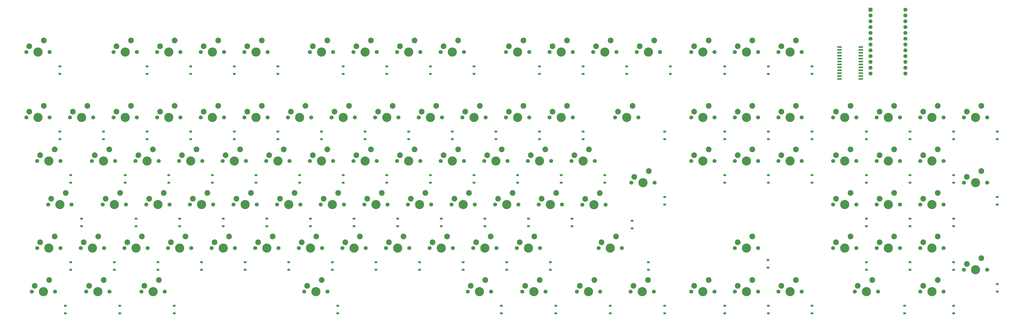
<source format=gbr>
%TF.GenerationSoftware,KiCad,Pcbnew,7.0.10*%
%TF.CreationDate,2024-02-09T15:32:17+01:00*%
%TF.ProjectId,k3yb.it,6b337962-2e69-4742-9e6b-696361645f70,rev?*%
%TF.SameCoordinates,Original*%
%TF.FileFunction,Soldermask,Bot*%
%TF.FilePolarity,Negative*%
%FSLAX46Y46*%
G04 Gerber Fmt 4.6, Leading zero omitted, Abs format (unit mm)*
G04 Created by KiCad (PCBNEW 7.0.10) date 2024-02-09 15:32:17*
%MOMM*%
%LPD*%
G01*
G04 APERTURE LIST*
G04 Aperture macros list*
%AMRoundRect*
0 Rectangle with rounded corners*
0 $1 Rounding radius*
0 $2 $3 $4 $5 $6 $7 $8 $9 X,Y pos of 4 corners*
0 Add a 4 corners polygon primitive as box body*
4,1,4,$2,$3,$4,$5,$6,$7,$8,$9,$2,$3,0*
0 Add four circle primitives for the rounded corners*
1,1,$1+$1,$2,$3*
1,1,$1+$1,$4,$5*
1,1,$1+$1,$6,$7*
1,1,$1+$1,$8,$9*
0 Add four rect primitives between the rounded corners*
20,1,$1+$1,$2,$3,$4,$5,0*
20,1,$1+$1,$4,$5,$6,$7,0*
20,1,$1+$1,$6,$7,$8,$9,0*
20,1,$1+$1,$8,$9,$2,$3,0*%
G04 Aperture macros list end*
%ADD10C,1.750000*%
%ADD11C,4.000000*%
%ADD12C,2.500000*%
%ADD13RoundRect,0.150000X0.875000X0.150000X-0.875000X0.150000X-0.875000X-0.150000X0.875000X-0.150000X0*%
%ADD14R,1.752600X1.752600*%
%ADD15C,1.752600*%
%ADD16RoundRect,0.225000X0.375000X-0.225000X0.375000X0.225000X-0.375000X0.225000X-0.375000X-0.225000X0*%
G04 APERTURE END LIST*
D10*
%TO.C,S28*%
X247650000Y-71755000D03*
D11*
X252730000Y-71755000D03*
D10*
X257810000Y-71755000D03*
D12*
X248920000Y-69215000D03*
X255270000Y-66675000D03*
%TD*%
D13*
%TO.C,U5*%
X402636250Y-40957500D03*
X402636250Y-42227500D03*
X402636250Y-43497500D03*
X402636250Y-44767500D03*
X402636250Y-46037500D03*
X402636250Y-47307500D03*
X402636250Y-48577500D03*
X402636250Y-49847500D03*
X402636250Y-51117500D03*
X402636250Y-52387500D03*
X402636250Y-53657500D03*
X402636250Y-54927500D03*
X393336250Y-54927500D03*
X393336250Y-53657500D03*
X393336250Y-52387500D03*
X393336250Y-51117500D03*
X393336250Y-49847500D03*
X393336250Y-48577500D03*
X393336250Y-47307500D03*
X393336250Y-46037500D03*
X393336250Y-44767500D03*
X393336250Y-43497500D03*
X393336250Y-42227500D03*
X393336250Y-40957500D03*
%TD*%
D14*
%TO.C,U1*%
X406915000Y-24655000D03*
D15*
X406915000Y-27195000D03*
X406915000Y-29735000D03*
X406915000Y-32275000D03*
X406915000Y-34815000D03*
X406915000Y-37355000D03*
X406915000Y-39895000D03*
X406915000Y-42435000D03*
X406915000Y-44975000D03*
X406915000Y-47515000D03*
X406915000Y-50055000D03*
X406915000Y-52595000D03*
X422155000Y-52595000D03*
X422155000Y-50055000D03*
X422155000Y-47515000D03*
X422155000Y-44975000D03*
X422155000Y-42435000D03*
X422155000Y-39895000D03*
X422155000Y-37355000D03*
X422155000Y-34815000D03*
X422155000Y-32275000D03*
X422155000Y-29735000D03*
X422155000Y-27195000D03*
X422155000Y-24655000D03*
%TD*%
D10*
%TO.C,S31*%
X291147500Y-110013750D03*
X280987500Y-110013750D03*
D11*
X286067500Y-110013750D03*
D12*
X288607500Y-104933750D03*
X282257500Y-107473750D03*
%TD*%
D16*
%TO.C,D31*%
X302736250Y-120298750D03*
X302736250Y-116998750D03*
%TD*%
D10*
%TO.C,S8*%
X200025000Y-43180000D03*
D11*
X205105000Y-43180000D03*
D10*
X210185000Y-43180000D03*
D12*
X201295000Y-40640000D03*
X207645000Y-38100000D03*
%TD*%
D10*
%TO.C,S75*%
X233362500Y-128905000D03*
D11*
X238442500Y-128905000D03*
D10*
X243522500Y-128905000D03*
D12*
X234632500Y-126365000D03*
X240982500Y-123825000D03*
%TD*%
D10*
%TO.C,S78*%
X347662500Y-128905000D03*
D11*
X352742500Y-128905000D03*
D10*
X357822500Y-128905000D03*
D12*
X348932500Y-126365000D03*
X355282500Y-123825000D03*
%TD*%
%TO.C,S101*%
X398145000Y-85725000D03*
X391795000Y-88265000D03*
D10*
X400685000Y-90805000D03*
D11*
X395605000Y-90805000D03*
D10*
X390525000Y-90805000D03*
%TD*%
D12*
%TO.C,S102*%
X417195000Y-85725000D03*
X410845000Y-88265000D03*
D10*
X419735000Y-90805000D03*
D11*
X414655000Y-90805000D03*
D10*
X409575000Y-90805000D03*
%TD*%
%TO.C,S110*%
X428625000Y-128905000D03*
D11*
X433705000Y-128905000D03*
D10*
X438785000Y-128905000D03*
D12*
X429895000Y-126365000D03*
X436245000Y-123825000D03*
%TD*%
%TO.C,S104*%
X455295000Y-95250000D03*
X448945000Y-97790000D03*
D10*
X457835000Y-100330000D03*
D11*
X452755000Y-100330000D03*
D10*
X447675000Y-100330000D03*
%TD*%
D12*
%TO.C,S103*%
X436245000Y-85725000D03*
X429895000Y-88265000D03*
D10*
X438785000Y-90805000D03*
D11*
X433705000Y-90805000D03*
D10*
X428625000Y-90805000D03*
%TD*%
%TO.C,S108*%
X390525000Y-128905000D03*
D11*
X395605000Y-128905000D03*
D10*
X400685000Y-128905000D03*
D12*
X391795000Y-126365000D03*
X398145000Y-123825000D03*
%TD*%
D16*
%TO.C,D104*%
X462280000Y-109855000D03*
X462280000Y-106555000D03*
%TD*%
%TO.C,D101*%
X405130000Y-100330000D03*
X405130000Y-97030000D03*
%TD*%
%TO.C,D103*%
X443230000Y-100330000D03*
X443230000Y-97030000D03*
%TD*%
%TO.C,D108*%
X405130000Y-138430000D03*
X405130000Y-135130000D03*
%TD*%
%TO.C,D110*%
X443230000Y-138430000D03*
X443230000Y-135130000D03*
%TD*%
%TO.C,D102*%
X424180000Y-100330000D03*
X424180000Y-97030000D03*
%TD*%
D12*
%TO.C,S105*%
X398145000Y-104775000D03*
X391795000Y-107315000D03*
D10*
X400685000Y-109855000D03*
D11*
X395605000Y-109855000D03*
D10*
X390525000Y-109855000D03*
%TD*%
D12*
%TO.C,S109*%
X417195000Y-123825000D03*
X410845000Y-126365000D03*
D10*
X419735000Y-128905000D03*
D11*
X414655000Y-128905000D03*
D10*
X409575000Y-128905000D03*
%TD*%
D12*
%TO.C,S107*%
X436245000Y-104775000D03*
X429895000Y-107315000D03*
D10*
X438785000Y-109855000D03*
D11*
X433705000Y-109855000D03*
D10*
X428625000Y-109855000D03*
%TD*%
D12*
%TO.C,S106*%
X417195000Y-104775000D03*
X410845000Y-107315000D03*
D10*
X419735000Y-109855000D03*
D11*
X414655000Y-109855000D03*
D10*
X409575000Y-109855000D03*
%TD*%
D16*
%TO.C,D105*%
X405130000Y-119380000D03*
X405130000Y-116080000D03*
%TD*%
%TO.C,D107*%
X443230000Y-119380000D03*
X443230000Y-116080000D03*
%TD*%
%TO.C,D109*%
X424180000Y-138430000D03*
X424180000Y-135130000D03*
%TD*%
%TO.C,D106*%
X424180000Y-119380000D03*
X424180000Y-116080000D03*
%TD*%
%TO.C,D13*%
X319405000Y-49405000D03*
X319405000Y-52705000D03*
%TD*%
D10*
%TO.C,S50*%
X71437500Y-109855000D03*
D11*
X76517500Y-109855000D03*
D10*
X81597500Y-109855000D03*
D12*
X72707500Y-107315000D03*
X79057500Y-104775000D03*
%TD*%
D10*
%TO.C,S11*%
X266700000Y-43180000D03*
D11*
X271780000Y-43180000D03*
D10*
X276860000Y-43180000D03*
D12*
X267970000Y-40640000D03*
X274320000Y-38100000D03*
%TD*%
D10*
%TO.C,S18*%
X57150000Y-71755000D03*
D11*
X62230000Y-71755000D03*
D10*
X67310000Y-71755000D03*
D12*
X58420000Y-69215000D03*
X64770000Y-66675000D03*
%TD*%
D10*
%TO.C,S48*%
X366712500Y-71755000D03*
D11*
X371792500Y-71755000D03*
D10*
X376872500Y-71755000D03*
D12*
X367982500Y-69215000D03*
X374332500Y-66675000D03*
%TD*%
D10*
%TO.C,S60*%
X261937500Y-109855000D03*
D11*
X267017500Y-109855000D03*
D10*
X272097500Y-109855000D03*
D12*
X263207500Y-107315000D03*
X269557500Y-104775000D03*
%TD*%
D10*
%TO.C,S56*%
X185737500Y-109855000D03*
D11*
X190817500Y-109855000D03*
D10*
X195897500Y-109855000D03*
D12*
X187007500Y-107315000D03*
X193357500Y-104775000D03*
%TD*%
D10*
%TO.C,S88*%
X302101250Y-147955000D03*
D11*
X307181250Y-147955000D03*
D10*
X312261250Y-147955000D03*
D12*
X303371250Y-145415000D03*
X309721250Y-142875000D03*
%TD*%
D10*
%TO.C,S3*%
X95250000Y-43180000D03*
D11*
X100330000Y-43180000D03*
D10*
X105410000Y-43180000D03*
D12*
X96520000Y-40640000D03*
X102870000Y-38100000D03*
%TD*%
D10*
%TO.C,S52*%
X109537500Y-109855000D03*
D11*
X114617500Y-109855000D03*
D10*
X119697500Y-109855000D03*
D12*
X110807500Y-107315000D03*
X117157500Y-104775000D03*
%TD*%
D10*
%TO.C,S59*%
X242887500Y-109855000D03*
D11*
X247967500Y-109855000D03*
D10*
X253047500Y-109855000D03*
D12*
X244157500Y-107315000D03*
X250507500Y-104775000D03*
%TD*%
D10*
%TO.C,S63*%
X347662500Y-90805000D03*
D11*
X352742500Y-90805000D03*
D10*
X357822500Y-90805000D03*
D12*
X348932500Y-88265000D03*
X355282500Y-85725000D03*
%TD*%
D10*
%TO.C,S20*%
X95250000Y-71755000D03*
D11*
X100330000Y-71755000D03*
D10*
X105410000Y-71755000D03*
D12*
X96520000Y-69215000D03*
X102870000Y-66675000D03*
%TD*%
D10*
%TO.C,S38*%
X142875000Y-90805000D03*
D11*
X147955000Y-90805000D03*
D10*
X153035000Y-90805000D03*
D12*
X144145000Y-88265000D03*
X150495000Y-85725000D03*
%TD*%
D10*
%TO.C,S61*%
X302418750Y-100330000D03*
D11*
X307498750Y-100330000D03*
D10*
X312578750Y-100330000D03*
D12*
X303688750Y-97790000D03*
X310038750Y-95250000D03*
%TD*%
%TO.C,S97*%
X398145000Y-66675000D03*
X391795000Y-69215000D03*
D10*
X400685000Y-71755000D03*
D11*
X395605000Y-71755000D03*
D10*
X390525000Y-71755000D03*
%TD*%
%TO.C,S13*%
X304800000Y-43180000D03*
D11*
X309880000Y-43180000D03*
D10*
X314960000Y-43180000D03*
D12*
X306070000Y-40640000D03*
X312420000Y-38100000D03*
%TD*%
D10*
%TO.C,S54*%
X147637500Y-109855000D03*
D11*
X152717500Y-109855000D03*
D10*
X157797500Y-109855000D03*
D12*
X148907500Y-107315000D03*
X155257500Y-104775000D03*
%TD*%
D10*
%TO.C,S30*%
X295275000Y-71755000D03*
D11*
X300355000Y-71755000D03*
D10*
X305435000Y-71755000D03*
D12*
X296545000Y-69215000D03*
X302895000Y-66675000D03*
%TD*%
D10*
%TO.C,S21*%
X114300000Y-71755000D03*
D11*
X119380000Y-71755000D03*
D10*
X124460000Y-71755000D03*
D12*
X115570000Y-69215000D03*
X121920000Y-66675000D03*
%TD*%
D10*
%TO.C,S26*%
X209550000Y-71755000D03*
D11*
X214630000Y-71755000D03*
D10*
X219710000Y-71755000D03*
D12*
X210820000Y-69215000D03*
X217170000Y-66675000D03*
%TD*%
D10*
%TO.C,S73*%
X195262500Y-128905000D03*
D11*
X200342500Y-128905000D03*
D10*
X205422500Y-128905000D03*
D12*
X196532500Y-126365000D03*
X202882500Y-123825000D03*
%TD*%
D10*
%TO.C,S87*%
X278606250Y-147955000D03*
D11*
X283686250Y-147955000D03*
D10*
X288766250Y-147955000D03*
D12*
X279876250Y-145415000D03*
X286226250Y-142875000D03*
%TD*%
D10*
%TO.C,S53*%
X128587500Y-109855000D03*
D11*
X133667500Y-109855000D03*
D10*
X138747500Y-109855000D03*
D12*
X129857500Y-107315000D03*
X136207500Y-104775000D03*
%TD*%
D10*
%TO.C,S47*%
X347662500Y-71755000D03*
D11*
X352742500Y-71755000D03*
D10*
X357822500Y-71755000D03*
D12*
X348932500Y-69215000D03*
X355282500Y-66675000D03*
%TD*%
D10*
%TO.C,S4*%
X114300000Y-43180000D03*
D11*
X119380000Y-43180000D03*
D10*
X124460000Y-43180000D03*
D12*
X115570000Y-40640000D03*
X121920000Y-38100000D03*
%TD*%
D10*
%TO.C,S2*%
X76200000Y-43180000D03*
D11*
X81280000Y-43180000D03*
D10*
X86360000Y-43180000D03*
D12*
X77470000Y-40640000D03*
X83820000Y-38100000D03*
%TD*%
D10*
%TO.C,S62*%
X328612500Y-90805000D03*
D11*
X333692500Y-90805000D03*
D10*
X338772500Y-90805000D03*
D12*
X329882500Y-88265000D03*
X336232500Y-85725000D03*
%TD*%
D10*
%TO.C,S65*%
X42862500Y-128905000D03*
D11*
X47942500Y-128905000D03*
D10*
X53022500Y-128905000D03*
D12*
X44132500Y-126365000D03*
X50482500Y-123825000D03*
%TD*%
D10*
%TO.C,S64*%
X366712500Y-90805000D03*
D11*
X371792500Y-90805000D03*
D10*
X376872500Y-90805000D03*
D12*
X367982500Y-88265000D03*
X374332500Y-85725000D03*
%TD*%
D10*
%TO.C,S71*%
X157162500Y-128905000D03*
D11*
X162242500Y-128905000D03*
D10*
X167322500Y-128905000D03*
D12*
X158432500Y-126365000D03*
X164782500Y-123825000D03*
%TD*%
D10*
%TO.C,S99*%
X428625000Y-71755000D03*
D11*
X433705000Y-71755000D03*
D10*
X438785000Y-71755000D03*
D12*
X429895000Y-69215000D03*
X436245000Y-66675000D03*
%TD*%
D10*
%TO.C,S19*%
X76200000Y-71755000D03*
D11*
X81280000Y-71755000D03*
D10*
X86360000Y-71755000D03*
D12*
X77470000Y-69215000D03*
X83820000Y-66675000D03*
%TD*%
D10*
%TO.C,S70*%
X138112500Y-128905000D03*
D11*
X143192500Y-128905000D03*
D10*
X148272500Y-128905000D03*
D12*
X139382500Y-126365000D03*
X145732500Y-123825000D03*
%TD*%
D10*
%TO.C,S5*%
X133350000Y-43180000D03*
D11*
X138430000Y-43180000D03*
D10*
X143510000Y-43180000D03*
D12*
X134620000Y-40640000D03*
X140970000Y-38100000D03*
%TD*%
D10*
%TO.C,S39*%
X161925000Y-90805000D03*
D11*
X167005000Y-90805000D03*
D10*
X172085000Y-90805000D03*
D12*
X163195000Y-88265000D03*
X169545000Y-85725000D03*
%TD*%
D10*
%TO.C,S98*%
X409575000Y-71755000D03*
D11*
X414655000Y-71755000D03*
D10*
X419735000Y-71755000D03*
D12*
X410845000Y-69215000D03*
X417195000Y-66675000D03*
%TD*%
D10*
%TO.C,S83*%
X88423750Y-147955000D03*
D11*
X93503750Y-147955000D03*
D10*
X98583750Y-147955000D03*
D12*
X89693750Y-145415000D03*
X96043750Y-142875000D03*
%TD*%
D10*
%TO.C,S82*%
X64293750Y-147955000D03*
D11*
X69373750Y-147955000D03*
D10*
X74453750Y-147955000D03*
D12*
X65563750Y-145415000D03*
X71913750Y-142875000D03*
%TD*%
D10*
%TO.C,S41*%
X200025000Y-90805000D03*
D11*
X205105000Y-90805000D03*
D10*
X210185000Y-90805000D03*
D12*
X201295000Y-88265000D03*
X207645000Y-85725000D03*
%TD*%
D10*
%TO.C,S81*%
X40481250Y-147955000D03*
D11*
X45561250Y-147955000D03*
D10*
X50641250Y-147955000D03*
D12*
X41751250Y-145415000D03*
X48101250Y-142875000D03*
%TD*%
D10*
%TO.C,S45*%
X276225000Y-90805000D03*
D11*
X281305000Y-90805000D03*
D10*
X286385000Y-90805000D03*
D12*
X277495000Y-88265000D03*
X283845000Y-85725000D03*
%TD*%
D10*
%TO.C,S17*%
X38100000Y-71755000D03*
D11*
X43180000Y-71755000D03*
D10*
X48260000Y-71755000D03*
D12*
X39370000Y-69215000D03*
X45720000Y-66675000D03*
%TD*%
D10*
%TO.C,S37*%
X123825000Y-90805000D03*
D11*
X128905000Y-90805000D03*
D10*
X133985000Y-90805000D03*
D12*
X125095000Y-88265000D03*
X131445000Y-85725000D03*
%TD*%
D10*
%TO.C,S35*%
X85725000Y-90805000D03*
D11*
X90805000Y-90805000D03*
D10*
X95885000Y-90805000D03*
D12*
X86995000Y-88265000D03*
X93345000Y-85725000D03*
%TD*%
D16*
%TO.C,D12*%
X300355000Y-49405000D03*
X300355000Y-52705000D03*
%TD*%
D10*
%TO.C,S94*%
X447675000Y-138430000D03*
D11*
X452755000Y-138430000D03*
D10*
X457835000Y-138430000D03*
D12*
X448945000Y-135890000D03*
X455295000Y-133350000D03*
%TD*%
D10*
%TO.C,S85*%
X230981250Y-147955000D03*
D11*
X236061250Y-147955000D03*
D10*
X241141250Y-147955000D03*
D12*
X232251250Y-145415000D03*
X238601250Y-142875000D03*
%TD*%
D10*
%TO.C,S91*%
X366712500Y-147955000D03*
D11*
X371792500Y-147955000D03*
D10*
X376872500Y-147955000D03*
D12*
X367982500Y-145415000D03*
X374332500Y-142875000D03*
%TD*%
D10*
%TO.C,S77*%
X288131250Y-128905000D03*
D11*
X293211250Y-128905000D03*
D10*
X298291250Y-128905000D03*
D12*
X289401250Y-126365000D03*
X295751250Y-123825000D03*
%TD*%
D10*
%TO.C,S68*%
X100012500Y-128905000D03*
D11*
X105092500Y-128905000D03*
D10*
X110172500Y-128905000D03*
D12*
X101282500Y-126365000D03*
X107632500Y-123825000D03*
%TD*%
D10*
%TO.C,S1*%
X38100000Y-43180000D03*
D11*
X43180000Y-43180000D03*
D10*
X48260000Y-43180000D03*
D12*
X39370000Y-40640000D03*
X45720000Y-38100000D03*
%TD*%
D10*
%TO.C,S76*%
X252412500Y-128905000D03*
D11*
X257492500Y-128905000D03*
D10*
X262572500Y-128905000D03*
D12*
X253682500Y-126365000D03*
X260032500Y-123825000D03*
%TD*%
D10*
%TO.C,S34*%
X66675000Y-90805000D03*
D11*
X71755000Y-90805000D03*
D10*
X76835000Y-90805000D03*
D12*
X67945000Y-88265000D03*
X74295000Y-85725000D03*
%TD*%
D10*
%TO.C,S23*%
X152400000Y-71755000D03*
D11*
X157480000Y-71755000D03*
D10*
X162560000Y-71755000D03*
D12*
X153670000Y-69215000D03*
X160020000Y-66675000D03*
%TD*%
D10*
%TO.C,S58*%
X223837500Y-109855000D03*
D11*
X228917500Y-109855000D03*
D10*
X233997500Y-109855000D03*
D12*
X225107500Y-107315000D03*
X231457500Y-104775000D03*
%TD*%
D10*
%TO.C,S92*%
X400050000Y-147955000D03*
D11*
X405130000Y-147955000D03*
D10*
X410210000Y-147955000D03*
D12*
X401320000Y-145415000D03*
X407670000Y-142875000D03*
%TD*%
D10*
%TO.C,S24*%
X171450000Y-71755000D03*
D11*
X176530000Y-71755000D03*
D10*
X181610000Y-71755000D03*
D12*
X172720000Y-69215000D03*
X179070000Y-66675000D03*
%TD*%
D10*
%TO.C,S22*%
X133350000Y-71755000D03*
D11*
X138430000Y-71755000D03*
D10*
X143510000Y-71755000D03*
D12*
X134620000Y-69215000D03*
X140970000Y-66675000D03*
%TD*%
D10*
%TO.C,S46*%
X328612500Y-71755000D03*
D11*
X333692500Y-71755000D03*
D10*
X338772500Y-71755000D03*
D12*
X329882500Y-69215000D03*
X336232500Y-66675000D03*
%TD*%
D10*
%TO.C,S100*%
X447675000Y-71755000D03*
D11*
X452755000Y-71755000D03*
D10*
X457835000Y-71755000D03*
D12*
X448945000Y-69215000D03*
X455295000Y-66675000D03*
%TD*%
D10*
%TO.C,S15*%
X347662500Y-43180000D03*
D11*
X352742500Y-43180000D03*
D10*
X357822500Y-43180000D03*
D12*
X348932500Y-40640000D03*
X355282500Y-38100000D03*
%TD*%
D10*
%TO.C,S51*%
X90487500Y-109855000D03*
D11*
X95567500Y-109855000D03*
D10*
X100647500Y-109855000D03*
D12*
X91757500Y-107315000D03*
X98107500Y-104775000D03*
%TD*%
D10*
%TO.C,S36*%
X104775000Y-90805000D03*
D11*
X109855000Y-90805000D03*
D10*
X114935000Y-90805000D03*
D12*
X106045000Y-88265000D03*
X112395000Y-85725000D03*
%TD*%
D10*
%TO.C,S74*%
X214312500Y-128905000D03*
D11*
X219392500Y-128905000D03*
D10*
X224472500Y-128905000D03*
D12*
X215582500Y-126365000D03*
X221932500Y-123825000D03*
%TD*%
D10*
%TO.C,S25*%
X190500000Y-71755000D03*
D11*
X195580000Y-71755000D03*
D10*
X200660000Y-71755000D03*
D12*
X191770000Y-69215000D03*
X198120000Y-66675000D03*
%TD*%
D10*
%TO.C,S16*%
X366712500Y-43180000D03*
D11*
X371792500Y-43180000D03*
D10*
X376872500Y-43180000D03*
D12*
X367982500Y-40640000D03*
X374332500Y-38100000D03*
%TD*%
D10*
%TO.C,S27*%
X228600000Y-71755000D03*
D11*
X233680000Y-71755000D03*
D10*
X238760000Y-71755000D03*
D12*
X229870000Y-69215000D03*
X236220000Y-66675000D03*
%TD*%
D10*
%TO.C,S6*%
X161925000Y-43180000D03*
D11*
X167005000Y-43180000D03*
D10*
X172085000Y-43180000D03*
D12*
X163195000Y-40640000D03*
X169545000Y-38100000D03*
%TD*%
D10*
%TO.C,S40*%
X180975000Y-90805000D03*
D11*
X186055000Y-90805000D03*
D10*
X191135000Y-90805000D03*
D12*
X182245000Y-88265000D03*
X188595000Y-85725000D03*
%TD*%
D10*
%TO.C,S90*%
X347662500Y-147955000D03*
D11*
X352742500Y-147955000D03*
D10*
X357822500Y-147955000D03*
D12*
X348932500Y-145415000D03*
X355282500Y-142875000D03*
%TD*%
D10*
%TO.C,S84*%
X159543750Y-147955000D03*
D11*
X164623750Y-147955000D03*
D10*
X169703750Y-147955000D03*
D12*
X160813750Y-145415000D03*
X167163750Y-142875000D03*
%TD*%
D10*
%TO.C,S14*%
X328612500Y-43180000D03*
D11*
X333692500Y-43180000D03*
D10*
X338772500Y-43180000D03*
D12*
X329882500Y-40640000D03*
X336232500Y-38100000D03*
%TD*%
D10*
%TO.C,S66*%
X61912500Y-128905000D03*
D11*
X66992500Y-128905000D03*
D10*
X72072500Y-128905000D03*
D12*
X63182500Y-126365000D03*
X69532500Y-123825000D03*
%TD*%
D10*
%TO.C,S72*%
X176212500Y-128905000D03*
D11*
X181292500Y-128905000D03*
D10*
X186372500Y-128905000D03*
D12*
X177482500Y-126365000D03*
X183832500Y-123825000D03*
%TD*%
D10*
%TO.C,S43*%
X238125000Y-90805000D03*
D11*
X243205000Y-90805000D03*
D10*
X248285000Y-90805000D03*
D12*
X239395000Y-88265000D03*
X245745000Y-85725000D03*
%TD*%
D10*
%TO.C,S86*%
X254793750Y-147955000D03*
D11*
X259873750Y-147955000D03*
D10*
X264953750Y-147955000D03*
D12*
X256063750Y-145415000D03*
X262413750Y-142875000D03*
%TD*%
D10*
%TO.C,S42*%
X219075000Y-90805000D03*
D11*
X224155000Y-90805000D03*
D10*
X229235000Y-90805000D03*
D12*
X220345000Y-88265000D03*
X226695000Y-85725000D03*
%TD*%
D10*
%TO.C,S55*%
X166687500Y-109855000D03*
D11*
X171767500Y-109855000D03*
D10*
X176847500Y-109855000D03*
D12*
X167957500Y-107315000D03*
X174307500Y-104775000D03*
%TD*%
D10*
%TO.C,S9*%
X219075000Y-43180000D03*
D11*
X224155000Y-43180000D03*
D10*
X229235000Y-43180000D03*
D12*
X220345000Y-40640000D03*
X226695000Y-38100000D03*
%TD*%
D10*
%TO.C,S67*%
X80962500Y-128905000D03*
D11*
X86042500Y-128905000D03*
D10*
X91122500Y-128905000D03*
D12*
X82232500Y-126365000D03*
X88582500Y-123825000D03*
%TD*%
D10*
%TO.C,S44*%
X257175000Y-90805000D03*
D11*
X262255000Y-90805000D03*
D10*
X267335000Y-90805000D03*
D12*
X258445000Y-88265000D03*
X264795000Y-85725000D03*
%TD*%
D10*
%TO.C,S93*%
X428625000Y-147955000D03*
D11*
X433705000Y-147955000D03*
D10*
X438785000Y-147955000D03*
D12*
X429895000Y-145415000D03*
X436245000Y-142875000D03*
%TD*%
D10*
%TO.C,S10*%
X247650000Y-43180000D03*
D11*
X252730000Y-43180000D03*
D10*
X257810000Y-43180000D03*
D12*
X248920000Y-40640000D03*
X255270000Y-38100000D03*
%TD*%
D10*
%TO.C,S57*%
X204787500Y-109855000D03*
D11*
X209867500Y-109855000D03*
D10*
X214947500Y-109855000D03*
D12*
X206057500Y-107315000D03*
X212407500Y-104775000D03*
%TD*%
D10*
%TO.C,S49*%
X47625000Y-109855000D03*
D11*
X52705000Y-109855000D03*
D10*
X57785000Y-109855000D03*
D12*
X48895000Y-107315000D03*
X55245000Y-104775000D03*
%TD*%
D10*
%TO.C,S7*%
X180975000Y-43180000D03*
D11*
X186055000Y-43180000D03*
D10*
X191135000Y-43180000D03*
D12*
X182245000Y-40640000D03*
X188595000Y-38100000D03*
%TD*%
D10*
%TO.C,S33*%
X42862500Y-90805000D03*
D11*
X47942500Y-90805000D03*
D10*
X53022500Y-90805000D03*
D12*
X44132500Y-88265000D03*
X50482500Y-85725000D03*
%TD*%
%TO.C,S12*%
X293370000Y-38100000D03*
X287020000Y-40640000D03*
D10*
X295910000Y-43180000D03*
D11*
X290830000Y-43180000D03*
D10*
X285750000Y-43180000D03*
%TD*%
%TO.C,S89*%
X328612500Y-147955000D03*
D11*
X333692500Y-147955000D03*
D10*
X338772500Y-147955000D03*
D12*
X329882500Y-145415000D03*
X336232500Y-142875000D03*
%TD*%
D10*
%TO.C,S69*%
X119062500Y-128905000D03*
D11*
X124142500Y-128905000D03*
D10*
X129222500Y-128905000D03*
D12*
X120332500Y-126365000D03*
X126682500Y-123825000D03*
%TD*%
D10*
%TO.C,S29*%
X266700000Y-71755000D03*
D11*
X271780000Y-71755000D03*
D10*
X276860000Y-71755000D03*
D12*
X267970000Y-69215000D03*
X274320000Y-66675000D03*
%TD*%
D16*
%TO.C,D67*%
X95567500Y-138430000D03*
X95567500Y-135130000D03*
%TD*%
%TO.C,D73*%
X209867500Y-138430000D03*
X209867500Y-135130000D03*
%TD*%
%TO.C,D69*%
X133667500Y-138430000D03*
X133667500Y-135130000D03*
%TD*%
%TO.C,D46*%
X343217500Y-81280000D03*
X343217500Y-77980000D03*
%TD*%
%TO.C,D22*%
X147955000Y-81280000D03*
X147955000Y-77980000D03*
%TD*%
%TO.C,D61*%
X317023750Y-109855000D03*
X317023750Y-106555000D03*
%TD*%
%TO.C,D60*%
X276542500Y-119380000D03*
X276542500Y-116080000D03*
%TD*%
%TO.C,D43*%
X252730000Y-100330000D03*
X252730000Y-97030000D03*
%TD*%
%TO.C,D81*%
X55086250Y-157480000D03*
X55086250Y-154180000D03*
%TD*%
%TO.C,D28*%
X262255000Y-81280000D03*
X262255000Y-77980000D03*
%TD*%
%TO.C,D25*%
X205105000Y-81280000D03*
X205105000Y-77980000D03*
%TD*%
%TO.C,D47*%
X362267500Y-81280000D03*
X362267500Y-77980000D03*
%TD*%
%TO.C,D30*%
X317023750Y-81280000D03*
X317023750Y-77980000D03*
%TD*%
%TO.C,D26*%
X224155000Y-81280000D03*
X224155000Y-77980000D03*
%TD*%
%TO.C,D10*%
X262255000Y-52705000D03*
X262255000Y-49405000D03*
%TD*%
%TO.C,D74*%
X228917500Y-138430000D03*
X228917500Y-135130000D03*
%TD*%
%TO.C,D14*%
X343217500Y-52705000D03*
X343217500Y-49405000D03*
%TD*%
%TO.C,D99*%
X443230000Y-77980000D03*
X443230000Y-81280000D03*
%TD*%
%TO.C,D35*%
X100330000Y-100330000D03*
X100330000Y-97030000D03*
%TD*%
%TO.C,D56*%
X200342500Y-119380000D03*
X200342500Y-116080000D03*
%TD*%
%TO.C,D27*%
X243205000Y-81280000D03*
X243205000Y-77980000D03*
%TD*%
%TO.C,D9*%
X233680000Y-52705000D03*
X233680000Y-49405000D03*
%TD*%
%TO.C,D86*%
X269398750Y-154180000D03*
X269398750Y-157480000D03*
%TD*%
%TO.C,D11*%
X281305000Y-52705000D03*
X281305000Y-49405000D03*
%TD*%
%TO.C,D33*%
X57467500Y-100330000D03*
X57467500Y-97030000D03*
%TD*%
%TO.C,D78*%
X362155000Y-134155000D03*
X362155000Y-137455000D03*
%TD*%
%TO.C,D45*%
X290830000Y-100330000D03*
X290830000Y-97030000D03*
%TD*%
%TO.C,D92*%
X421798750Y-157480000D03*
X421798750Y-154180000D03*
%TD*%
%TO.C,D66*%
X76517500Y-138430000D03*
X76517500Y-135130000D03*
%TD*%
%TO.C,D51*%
X105092500Y-119380000D03*
X105092500Y-116080000D03*
%TD*%
%TO.C,D53*%
X143192500Y-119380000D03*
X143192500Y-116080000D03*
%TD*%
%TO.C,D63*%
X362267500Y-100330000D03*
X362267500Y-97030000D03*
%TD*%
%TO.C,D91*%
X381317500Y-157480000D03*
X381317500Y-154180000D03*
%TD*%
%TO.C,D52*%
X124142500Y-119380000D03*
X124142500Y-116080000D03*
%TD*%
%TO.C,D19*%
X90805000Y-81280000D03*
X90805000Y-77980000D03*
%TD*%
%TO.C,D94*%
X462280000Y-147955000D03*
X462280000Y-144655000D03*
%TD*%
%TO.C,D75*%
X247967500Y-138430000D03*
X247967500Y-135130000D03*
%TD*%
%TO.C,D90*%
X362267500Y-157480000D03*
X362267500Y-154180000D03*
%TD*%
%TO.C,D39*%
X176530000Y-100330000D03*
X176530000Y-97030000D03*
%TD*%
%TO.C,D59*%
X257492500Y-119380000D03*
X257492500Y-116080000D03*
%TD*%
%TO.C,D83*%
X102711250Y-157480000D03*
X102711250Y-154180000D03*
%TD*%
%TO.C,D89*%
X343217500Y-154180000D03*
X343217500Y-157480000D03*
%TD*%
%TO.C,D18*%
X71755000Y-81280000D03*
X71755000Y-77980000D03*
%TD*%
%TO.C,D55*%
X181292500Y-119380000D03*
X181292500Y-116080000D03*
%TD*%
%TO.C,D54*%
X162242500Y-119380000D03*
X162242500Y-116080000D03*
%TD*%
%TO.C,D24*%
X186055000Y-81280000D03*
X186055000Y-77980000D03*
%TD*%
%TO.C,D93*%
X443230000Y-157480000D03*
X443230000Y-154180000D03*
%TD*%
%TO.C,D34*%
X81280000Y-100330000D03*
X81280000Y-97030000D03*
%TD*%
%TO.C,D40*%
X195580000Y-100330000D03*
X195580000Y-97030000D03*
%TD*%
%TO.C,D49*%
X62230000Y-119380000D03*
X62230000Y-116080000D03*
%TD*%
%TO.C,D68*%
X114617500Y-138430000D03*
X114617500Y-135130000D03*
%TD*%
%TO.C,D16*%
X381317500Y-52705000D03*
X381317500Y-49405000D03*
%TD*%
%TO.C,D41*%
X214630000Y-100330000D03*
X214630000Y-97030000D03*
%TD*%
%TO.C,D8*%
X214630000Y-52705000D03*
X214630000Y-49405000D03*
%TD*%
%TO.C,D87*%
X293211250Y-154180000D03*
X293211250Y-157480000D03*
%TD*%
%TO.C,D84*%
X174148750Y-157480000D03*
X174148750Y-154180000D03*
%TD*%
%TO.C,D50*%
X86042500Y-119380000D03*
X86042500Y-116080000D03*
%TD*%
%TO.C,D71*%
X171767500Y-138430000D03*
X171767500Y-135130000D03*
%TD*%
%TO.C,D17*%
X52705000Y-81280000D03*
X52705000Y-77980000D03*
%TD*%
%TO.C,D1*%
X52705000Y-52705000D03*
X52705000Y-49405000D03*
%TD*%
%TO.C,D88*%
X317023750Y-157480000D03*
X317023750Y-154180000D03*
%TD*%
%TO.C,D100*%
X462280000Y-77980000D03*
X462280000Y-81280000D03*
%TD*%
%TO.C,D58*%
X238442500Y-119380000D03*
X238442500Y-116080000D03*
%TD*%
%TO.C,D20*%
X109855000Y-81280000D03*
X109855000Y-77980000D03*
%TD*%
%TO.C,D36*%
X119380000Y-100330000D03*
X119380000Y-97030000D03*
%TD*%
%TO.C,D97*%
X405130000Y-77980000D03*
X405130000Y-81280000D03*
%TD*%
%TO.C,D7*%
X195580000Y-52705000D03*
X195580000Y-49405000D03*
%TD*%
%TO.C,D85*%
X245586250Y-154180000D03*
X245586250Y-157480000D03*
%TD*%
%TO.C,D3*%
X109855000Y-52705000D03*
X109855000Y-49405000D03*
%TD*%
%TO.C,D42*%
X233680000Y-100330000D03*
X233680000Y-97030000D03*
%TD*%
%TO.C,D98*%
X424180000Y-77980000D03*
X424180000Y-81280000D03*
%TD*%
%TO.C,D82*%
X78898750Y-157480000D03*
X78898750Y-154180000D03*
%TD*%
%TO.C,D62*%
X343217500Y-100330000D03*
X343217500Y-97030000D03*
%TD*%
%TO.C,D23*%
X167005000Y-81280000D03*
X167005000Y-77980000D03*
%TD*%
%TO.C,D57*%
X219392500Y-119380000D03*
X219392500Y-116080000D03*
%TD*%
%TO.C,D21*%
X128905000Y-81280000D03*
X128905000Y-77980000D03*
%TD*%
%TO.C,D65*%
X57467500Y-138430000D03*
X57467500Y-135130000D03*
%TD*%
%TO.C,D72*%
X190817500Y-138430000D03*
X190817500Y-135130000D03*
%TD*%
%TO.C,D37*%
X138430000Y-100330000D03*
X138430000Y-97030000D03*
%TD*%
%TO.C,D44*%
X271780000Y-100330000D03*
X271780000Y-97030000D03*
%TD*%
%TO.C,D38*%
X157480000Y-100330000D03*
X157480000Y-97030000D03*
%TD*%
%TO.C,D48*%
X381317500Y-81280000D03*
X381317500Y-77980000D03*
%TD*%
%TO.C,D15*%
X362267500Y-52705000D03*
X362267500Y-49405000D03*
%TD*%
%TO.C,D29*%
X281305000Y-81280000D03*
X281305000Y-77980000D03*
%TD*%
%TO.C,D6*%
X176530000Y-52705000D03*
X176530000Y-49405000D03*
%TD*%
%TO.C,D4*%
X128905000Y-52705000D03*
X128905000Y-49405000D03*
%TD*%
%TO.C,D76*%
X267017500Y-138430000D03*
X267017500Y-135130000D03*
%TD*%
%TO.C,D64*%
X381317500Y-100330000D03*
X381317500Y-97030000D03*
%TD*%
%TO.C,D2*%
X90805000Y-52705000D03*
X90805000Y-49405000D03*
%TD*%
%TO.C,D5*%
X147955000Y-52705000D03*
X147955000Y-49405000D03*
%TD*%
%TO.C,D77*%
X309880000Y-138430000D03*
X309880000Y-135130000D03*
%TD*%
%TO.C,D70*%
X152717500Y-138430000D03*
X152717500Y-135130000D03*
%TD*%
M02*

</source>
